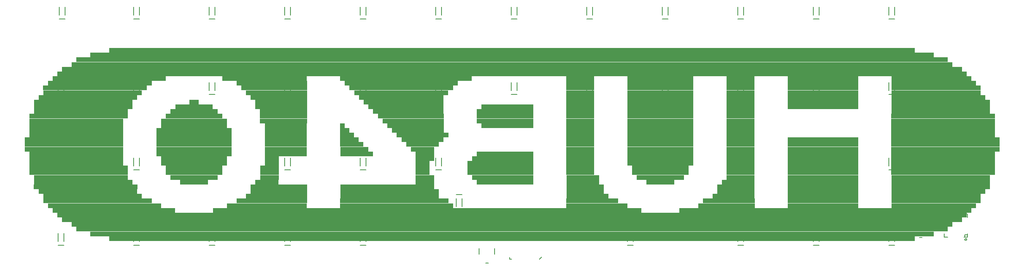
<source format=gbo>
G75*
%MOIN*%
%OFA0B0*%
%FSLAX25Y25*%
%IPPOS*%
%LPD*%
%AMOC8*
5,1,8,0,0,1.08239X$1,22.5*
%
%ADD10C,0.00800*%
%ADD11R,6.93425X0.04055*%
%ADD12R,7.25866X0.04055*%
%ADD13R,7.50197X0.04055*%
%ADD14R,7.58307X0.04055*%
%ADD15R,7.74528X0.04055*%
%ADD16R,7.82638X0.04055*%
%ADD17R,0.68937X0.04055*%
%ADD18R,0.60827X0.04055*%
%ADD19R,0.24331X0.04055*%
%ADD20R,0.56772X0.04055*%
%ADD21R,1.13543X0.04055*%
%ADD22R,0.72992X0.04055*%
%ADD23R,0.97323X0.04055*%
%ADD24R,0.89213X0.04055*%
%ADD25R,0.77047X0.04055*%
%ADD26R,0.81102X0.04055*%
%ADD27R,0.52717X0.04055*%
%ADD28R,0.85157X0.04055*%
%ADD29R,0.48661X0.04055*%
%ADD30R,0.44606X0.04055*%
%ADD31R,0.08110X0.04055*%
%ADD32R,0.64882X0.04055*%
%ADD33R,0.32441X0.04055*%
%ADD34R,0.40551X0.04055*%
%ADD35R,0.04055X0.04055*%
%ADD36R,0.36496X0.04055*%
%ADD37R,0.89213X0.04094*%
%ADD38R,0.24331X0.04094*%
%ADD39R,0.56772X0.04094*%
%ADD40R,0.44606X0.04094*%
%ADD41R,0.08110X0.04094*%
%ADD42R,0.36496X0.04094*%
%ADD43R,0.64882X0.04094*%
%ADD44R,0.81102X0.04094*%
%ADD45R,0.12165X0.04055*%
%ADD46R,0.93268X0.04055*%
%ADD47R,0.16220X0.04055*%
%ADD48R,0.93268X0.04094*%
%ADD49R,0.60827X0.04094*%
%ADD50R,0.28386X0.04094*%
%ADD51R,0.20276X0.04094*%
%ADD52R,0.85157X0.04094*%
%ADD53R,0.20276X0.04055*%
%ADD54R,0.28386X0.04055*%
%ADD55R,0.52717X0.04094*%
%ADD56R,0.16220X0.04094*%
%ADD57R,0.12165X0.04094*%
%ADD58R,0.48661X0.04094*%
%ADD59R,0.32441X0.04094*%
%ADD60R,0.77047X0.04094*%
%ADD61R,2.51417X0.04055*%
%ADD62R,3.69016X0.04055*%
%ADD63R,1.05433X0.04055*%
%ADD64R,7.25866X0.04094*%
D10*
X0059039Y0044531D02*
X0063961Y0044531D01*
X0063961Y0047957D02*
X0063961Y0055043D01*
X0059039Y0055043D02*
X0059039Y0047957D01*
X0124039Y0047957D02*
X0124039Y0055043D01*
X0128961Y0055043D02*
X0128961Y0047957D01*
X0128961Y0044531D02*
X0124039Y0044531D01*
X0189039Y0044531D02*
X0193961Y0044531D01*
X0193961Y0047957D02*
X0193961Y0055043D01*
X0189039Y0055043D02*
X0189039Y0047957D01*
X0254039Y0047957D02*
X0254039Y0055043D01*
X0258961Y0055043D02*
X0258961Y0047957D01*
X0258961Y0044531D02*
X0254039Y0044531D01*
X0319039Y0044531D02*
X0323961Y0044531D01*
X0323961Y0047957D02*
X0323961Y0055043D01*
X0319039Y0055043D02*
X0319039Y0047957D01*
X0421307Y0041862D02*
X0421307Y0037138D01*
X0434693Y0037138D02*
X0434693Y0041862D01*
X0429181Y0049736D02*
X0426819Y0049736D01*
X0447720Y0058705D02*
X0447720Y0060280D01*
X0449295Y0060280D01*
X0473705Y0060280D02*
X0475280Y0060280D01*
X0475280Y0058705D01*
X0406461Y0077957D02*
X0406461Y0085043D01*
X0401539Y0085043D02*
X0401539Y0077957D01*
X0401539Y0088469D02*
X0406461Y0088469D01*
X0388961Y0109531D02*
X0384039Y0109531D01*
X0384039Y0112957D02*
X0384039Y0120043D01*
X0388961Y0120043D02*
X0388961Y0112957D01*
X0449039Y0112957D02*
X0449039Y0120043D01*
X0453961Y0120043D02*
X0453961Y0112957D01*
X0453961Y0109531D02*
X0449039Y0109531D01*
X0514039Y0109531D02*
X0518961Y0109531D01*
X0518961Y0112957D02*
X0518961Y0120043D01*
X0514039Y0120043D02*
X0514039Y0112957D01*
X0579039Y0112957D02*
X0579039Y0120043D01*
X0583961Y0120043D02*
X0583961Y0112957D01*
X0583961Y0109531D02*
X0579039Y0109531D01*
X0644039Y0109531D02*
X0648961Y0109531D01*
X0648961Y0112957D02*
X0648961Y0120043D01*
X0644039Y0120043D02*
X0644039Y0112957D01*
X0709039Y0112957D02*
X0709039Y0120043D01*
X0713961Y0120043D02*
X0713961Y0112957D01*
X0713961Y0109531D02*
X0709039Y0109531D01*
X0774039Y0109531D02*
X0778961Y0109531D01*
X0778961Y0112957D02*
X0778961Y0120043D01*
X0774039Y0120043D02*
X0774039Y0112957D01*
X0800319Y0071736D02*
X0802681Y0071736D01*
X0821500Y0071500D02*
X0821500Y0068500D01*
X0821500Y0071500D02*
X0824500Y0071500D01*
X0838500Y0071500D02*
X0841343Y0071500D01*
X0841500Y0071500D02*
X0841500Y0068500D01*
X0808193Y0063862D02*
X0808193Y0059138D01*
X0794807Y0059138D02*
X0794807Y0063862D01*
X0778961Y0055043D02*
X0778961Y0047957D01*
X0778961Y0044531D02*
X0774039Y0044531D01*
X0774039Y0047957D02*
X0774039Y0055043D01*
X0800319Y0051264D02*
X0802681Y0051264D01*
X0821500Y0051500D02*
X0821500Y0054500D01*
X0821500Y0051500D02*
X0824500Y0051500D01*
X0838500Y0051500D02*
X0841500Y0051500D01*
X0841500Y0054500D01*
X0841343Y0053626D02*
X0839374Y0053626D01*
X0839374Y0051657D01*
X0839374Y0049689D02*
X0839376Y0049745D01*
X0839382Y0049800D01*
X0839392Y0049854D01*
X0839405Y0049908D01*
X0839423Y0049961D01*
X0839444Y0050012D01*
X0839468Y0050062D01*
X0839496Y0050110D01*
X0839528Y0050156D01*
X0839562Y0050200D01*
X0839600Y0050241D01*
X0839640Y0050279D01*
X0839683Y0050314D01*
X0839728Y0050346D01*
X0839776Y0050375D01*
X0839825Y0050401D01*
X0839876Y0050423D01*
X0839928Y0050441D01*
X0839982Y0050455D01*
X0840037Y0050466D01*
X0840092Y0050473D01*
X0840147Y0050476D01*
X0840203Y0050475D01*
X0840258Y0050470D01*
X0840313Y0050461D01*
X0840367Y0050449D01*
X0840420Y0050432D01*
X0840472Y0050412D01*
X0840522Y0050388D01*
X0840570Y0050361D01*
X0840617Y0050331D01*
X0840661Y0050297D01*
X0840703Y0050260D01*
X0840741Y0050220D01*
X0840778Y0050178D01*
X0840811Y0050133D01*
X0840840Y0050087D01*
X0840867Y0050038D01*
X0840889Y0049987D01*
X0840909Y0049935D01*
X0840924Y0049881D01*
X0840936Y0049827D01*
X0840944Y0049772D01*
X0840948Y0049717D01*
X0840948Y0049661D01*
X0840944Y0049606D01*
X0840936Y0049551D01*
X0840924Y0049497D01*
X0840909Y0049443D01*
X0840889Y0049391D01*
X0840867Y0049340D01*
X0840840Y0049291D01*
X0840811Y0049245D01*
X0840778Y0049200D01*
X0840741Y0049158D01*
X0840703Y0049118D01*
X0840661Y0049081D01*
X0840617Y0049047D01*
X0840570Y0049017D01*
X0840522Y0048990D01*
X0840472Y0048966D01*
X0840420Y0048946D01*
X0840367Y0048929D01*
X0840313Y0048917D01*
X0840258Y0048908D01*
X0840203Y0048903D01*
X0840147Y0048902D01*
X0840092Y0048905D01*
X0840037Y0048912D01*
X0839982Y0048923D01*
X0839928Y0048937D01*
X0839876Y0048955D01*
X0839825Y0048977D01*
X0839776Y0049003D01*
X0839728Y0049032D01*
X0839683Y0049064D01*
X0839640Y0049099D01*
X0839600Y0049137D01*
X0839562Y0049178D01*
X0839528Y0049222D01*
X0839496Y0049268D01*
X0839468Y0049316D01*
X0839444Y0049366D01*
X0839423Y0049417D01*
X0839405Y0049470D01*
X0839392Y0049524D01*
X0839382Y0049578D01*
X0839376Y0049633D01*
X0839374Y0049689D01*
X0713961Y0047957D02*
X0713961Y0055043D01*
X0709039Y0055043D02*
X0709039Y0047957D01*
X0709039Y0044531D02*
X0713961Y0044531D01*
X0648961Y0044531D02*
X0644039Y0044531D01*
X0644039Y0047957D02*
X0644039Y0055043D01*
X0648961Y0055043D02*
X0648961Y0047957D01*
X0553961Y0047957D02*
X0553961Y0055043D01*
X0549039Y0055043D02*
X0549039Y0047957D01*
X0549039Y0044531D02*
X0553961Y0044531D01*
X0475280Y0034689D02*
X0473311Y0032720D01*
X0449295Y0032720D02*
X0447720Y0032720D01*
X0447720Y0034295D01*
X0429181Y0029264D02*
X0426819Y0029264D01*
X0323961Y0109531D02*
X0319039Y0109531D01*
X0319039Y0112957D02*
X0319039Y0120043D01*
X0323961Y0120043D02*
X0323961Y0112957D01*
X0258961Y0112957D02*
X0258961Y0120043D01*
X0254039Y0120043D02*
X0254039Y0112957D01*
X0254039Y0109531D02*
X0258961Y0109531D01*
X0193961Y0109531D02*
X0189039Y0109531D01*
X0189039Y0112957D02*
X0189039Y0120043D01*
X0193961Y0120043D02*
X0193961Y0112957D01*
X0128961Y0112957D02*
X0128961Y0120043D01*
X0124039Y0120043D02*
X0124039Y0112957D01*
X0124039Y0109531D02*
X0128961Y0109531D01*
X0063961Y0109531D02*
X0059039Y0109531D01*
X0059039Y0112957D02*
X0059039Y0120043D01*
X0063961Y0120043D02*
X0063961Y0112957D01*
X0063961Y0174531D02*
X0059039Y0174531D01*
X0059039Y0177957D02*
X0059039Y0185043D01*
X0063961Y0185043D02*
X0063961Y0177957D01*
X0124039Y0177957D02*
X0124039Y0185043D01*
X0128961Y0185043D02*
X0128961Y0177957D01*
X0128961Y0174531D02*
X0124039Y0174531D01*
X0189039Y0174531D02*
X0193961Y0174531D01*
X0193961Y0177957D02*
X0193961Y0185043D01*
X0189039Y0185043D02*
X0189039Y0177957D01*
X0254039Y0177957D02*
X0254039Y0185043D01*
X0258961Y0185043D02*
X0258961Y0177957D01*
X0258961Y0174531D02*
X0254039Y0174531D01*
X0319039Y0174531D02*
X0323961Y0174531D01*
X0323961Y0177957D02*
X0323961Y0185043D01*
X0319039Y0185043D02*
X0319039Y0177957D01*
X0384039Y0177957D02*
X0384039Y0185043D01*
X0388961Y0185043D02*
X0388961Y0177957D01*
X0388961Y0174531D02*
X0384039Y0174531D01*
X0449039Y0174531D02*
X0453961Y0174531D01*
X0453961Y0177957D02*
X0453961Y0185043D01*
X0449039Y0185043D02*
X0449039Y0177957D01*
X0514039Y0177957D02*
X0514039Y0185043D01*
X0518961Y0185043D02*
X0518961Y0177957D01*
X0518961Y0174531D02*
X0514039Y0174531D01*
X0579039Y0174531D02*
X0583961Y0174531D01*
X0583961Y0177957D02*
X0583961Y0185043D01*
X0579039Y0185043D02*
X0579039Y0177957D01*
X0644039Y0177957D02*
X0644039Y0185043D01*
X0648961Y0185043D02*
X0648961Y0177957D01*
X0648961Y0174531D02*
X0644039Y0174531D01*
X0709039Y0174531D02*
X0713961Y0174531D01*
X0713961Y0177957D02*
X0713961Y0185043D01*
X0709039Y0185043D02*
X0709039Y0177957D01*
X0774039Y0177957D02*
X0774039Y0185043D01*
X0778961Y0185043D02*
X0778961Y0177957D01*
X0778961Y0174531D02*
X0774039Y0174531D01*
X0774039Y0239531D02*
X0778961Y0239531D01*
X0778961Y0242957D02*
X0778961Y0250043D01*
X0774039Y0250043D02*
X0774039Y0242957D01*
X0713961Y0242957D02*
X0713961Y0250043D01*
X0709039Y0250043D02*
X0709039Y0242957D01*
X0709039Y0239531D02*
X0713961Y0239531D01*
X0648961Y0239531D02*
X0644039Y0239531D01*
X0644039Y0242957D02*
X0644039Y0250043D01*
X0648961Y0250043D02*
X0648961Y0242957D01*
X0583961Y0242957D02*
X0583961Y0250043D01*
X0579039Y0250043D02*
X0579039Y0242957D01*
X0579039Y0239531D02*
X0583961Y0239531D01*
X0518961Y0239531D02*
X0514039Y0239531D01*
X0514039Y0242957D02*
X0514039Y0250043D01*
X0518961Y0250043D02*
X0518961Y0242957D01*
X0453961Y0242957D02*
X0453961Y0250043D01*
X0449039Y0250043D02*
X0449039Y0242957D01*
X0449039Y0239531D02*
X0453961Y0239531D01*
X0388961Y0239531D02*
X0384039Y0239531D01*
X0384039Y0242957D02*
X0384039Y0250043D01*
X0388961Y0250043D02*
X0388961Y0242957D01*
X0323961Y0242957D02*
X0323961Y0250043D01*
X0319039Y0250043D02*
X0319039Y0242957D01*
X0319039Y0239531D02*
X0323961Y0239531D01*
X0258961Y0239531D02*
X0254039Y0239531D01*
X0254039Y0242957D02*
X0254039Y0250043D01*
X0258961Y0250043D02*
X0258961Y0242957D01*
X0193961Y0242957D02*
X0193961Y0250043D01*
X0189039Y0250043D02*
X0189039Y0242957D01*
X0189039Y0239531D02*
X0193961Y0239531D01*
X0128961Y0239531D02*
X0124039Y0239531D01*
X0124039Y0242957D02*
X0124039Y0250043D01*
X0128961Y0250043D02*
X0128961Y0242957D01*
X0064961Y0242957D02*
X0064961Y0250043D01*
X0060039Y0250043D02*
X0060039Y0242957D01*
X0060039Y0239531D02*
X0064961Y0239531D01*
D11*
X0449630Y0212622D03*
X0449630Y0050378D03*
D12*
X0449630Y0208567D03*
D13*
X0449630Y0204512D03*
X0449630Y0058528D03*
D14*
X0449630Y0062583D03*
X0449630Y0200457D03*
D15*
X0449630Y0196402D03*
X0449630Y0066638D03*
D16*
X0449630Y0070654D03*
X0449630Y0192346D03*
D17*
X0356362Y0168016D03*
X0238764Y0078764D03*
X0810535Y0188291D03*
D18*
X0717268Y0188291D03*
X0717268Y0184236D03*
X0717268Y0180181D03*
X0717268Y0176126D03*
X0717268Y0172071D03*
X0717268Y0168016D03*
X0717268Y0163961D03*
X0717268Y0135575D03*
X0717268Y0127465D03*
X0717268Y0123409D03*
X0717268Y0115299D03*
X0717268Y0111244D03*
X0717268Y0103094D03*
X0717268Y0099079D03*
X0717268Y0090929D03*
X0717268Y0086913D03*
X0717268Y0078764D03*
X0360417Y0159906D03*
X0242819Y0184236D03*
D19*
X0313783Y0127465D03*
X0175909Y0099079D03*
X0508429Y0111244D03*
X0508429Y0115299D03*
X0508429Y0123409D03*
X0508429Y0127465D03*
X0508429Y0135575D03*
X0508429Y0139630D03*
X0508429Y0147740D03*
X0508429Y0151795D03*
X0508429Y0155850D03*
X0508429Y0159906D03*
X0508429Y0163961D03*
X0508429Y0168016D03*
X0508429Y0172071D03*
X0508429Y0176126D03*
X0508429Y0180181D03*
X0508429Y0184236D03*
X0508429Y0188291D03*
X0646303Y0188291D03*
X0646303Y0184236D03*
X0646303Y0180181D03*
X0646303Y0176126D03*
X0646303Y0172071D03*
X0646303Y0168016D03*
X0646303Y0163961D03*
X0646303Y0159906D03*
X0646303Y0155850D03*
X0646303Y0151795D03*
X0646303Y0147740D03*
X0646303Y0139630D03*
X0646303Y0135575D03*
X0646303Y0127465D03*
X0646303Y0123409D03*
X0646303Y0115299D03*
X0646303Y0111244D03*
X0646303Y0103094D03*
X0577366Y0099079D03*
D20*
X0577366Y0115299D03*
X0577366Y0123409D03*
X0577366Y0127465D03*
X0577366Y0135575D03*
X0577366Y0139630D03*
X0577366Y0147740D03*
X0577366Y0151795D03*
X0577366Y0155850D03*
X0577366Y0159906D03*
X0577366Y0163961D03*
X0577366Y0168016D03*
X0577366Y0172071D03*
X0577366Y0176126D03*
X0577366Y0180181D03*
X0577366Y0184236D03*
X0577366Y0188291D03*
X0362445Y0155850D03*
X0244846Y0180181D03*
X0175909Y0151795D03*
X0175909Y0147740D03*
X0175909Y0115299D03*
X0439492Y0115299D03*
X0439492Y0111244D03*
D21*
X0358390Y0188291D03*
D22*
X0354335Y0172071D03*
X0236736Y0188291D03*
X0812563Y0184236D03*
X0812563Y0078764D03*
D23*
X0354335Y0184236D03*
X0102917Y0188291D03*
X0098862Y0078764D03*
X0350280Y0078764D03*
D24*
X0354335Y0180181D03*
X0094807Y0184236D03*
X0090752Y0180181D03*
X0820673Y0155850D03*
X0820673Y0151795D03*
X0820673Y0147740D03*
X0820673Y0139630D03*
X0820673Y0123409D03*
X0820673Y0115299D03*
X0820673Y0111244D03*
D25*
X0814591Y0086913D03*
X0814591Y0176126D03*
X0814591Y0180181D03*
D26*
X0816618Y0172071D03*
X0816618Y0090929D03*
X0354335Y0176126D03*
X0078587Y0159906D03*
X0074531Y0151795D03*
X0074531Y0147740D03*
X0074531Y0139630D03*
X0074531Y0123409D03*
X0074531Y0115299D03*
X0078587Y0103094D03*
D27*
X0246874Y0086913D03*
X0441520Y0103094D03*
X0522622Y0078764D03*
X0364472Y0151795D03*
X0246874Y0176126D03*
D28*
X0088724Y0176126D03*
X0084669Y0172071D03*
X0080614Y0168016D03*
X0080614Y0163961D03*
X0076559Y0155850D03*
X0072504Y0135575D03*
X0072504Y0127465D03*
X0076559Y0111244D03*
X0080614Y0099079D03*
X0084669Y0090929D03*
X0088724Y0086913D03*
X0344197Y0086913D03*
X0344197Y0090929D03*
X0818646Y0099079D03*
X0818646Y0103094D03*
X0818646Y0159906D03*
X0818646Y0163961D03*
X0818646Y0168016D03*
D29*
X0577366Y0111244D03*
X0634138Y0078764D03*
X0443547Y0099079D03*
X0443547Y0123409D03*
X0366500Y0147740D03*
X0443547Y0151795D03*
X0443547Y0155850D03*
X0443547Y0159906D03*
X0248902Y0172071D03*
X0175909Y0155850D03*
X0175909Y0111244D03*
X0248902Y0090929D03*
D30*
X0372583Y0139630D03*
X0445575Y0147740D03*
X0445575Y0163961D03*
X0250929Y0163961D03*
X0250929Y0168016D03*
D31*
X0175909Y0168016D03*
D32*
X0175909Y0139630D03*
X0175909Y0135575D03*
X0175909Y0127465D03*
X0175909Y0123409D03*
X0358390Y0163961D03*
D33*
X0175909Y0163961D03*
X0512484Y0090929D03*
X0642248Y0090929D03*
D34*
X0577366Y0103094D03*
X0252957Y0151795D03*
X0252957Y0155850D03*
X0252957Y0159906D03*
X0175909Y0159906D03*
X0175909Y0103094D03*
D35*
X0303646Y0147740D03*
D36*
X0254984Y0147740D03*
X0254984Y0139630D03*
X0254984Y0135575D03*
X0254984Y0127465D03*
X0254984Y0123409D03*
X0372583Y0135575D03*
X0514512Y0086913D03*
X0640220Y0086913D03*
D37*
X0820673Y0107169D03*
X0820673Y0119335D03*
X0820673Y0143665D03*
X0082642Y0095004D03*
D38*
X0508429Y0107169D03*
X0508429Y0119335D03*
X0508429Y0131500D03*
X0508429Y0143665D03*
X0646303Y0143665D03*
X0646303Y0131500D03*
X0646303Y0119335D03*
X0646303Y0107169D03*
D39*
X0577366Y0119335D03*
X0577366Y0131500D03*
X0577366Y0143665D03*
X0439492Y0107169D03*
X0175909Y0119335D03*
D40*
X0368528Y0143665D03*
X0518567Y0082839D03*
X0636165Y0082839D03*
D41*
X0305673Y0143665D03*
D42*
X0254984Y0143665D03*
X0254984Y0131500D03*
D43*
X0175909Y0131500D03*
X0175909Y0143665D03*
D44*
X0074531Y0143665D03*
X0074531Y0119335D03*
X0342169Y0095004D03*
D45*
X0372583Y0111244D03*
X0372583Y0115299D03*
X0307701Y0139630D03*
X0242819Y0115299D03*
D46*
X0822701Y0127465D03*
X0822701Y0135575D03*
D47*
X0374610Y0123409D03*
X0309728Y0135575D03*
X0240791Y0111244D03*
X0240791Y0103094D03*
X0374610Y0103094D03*
X0374610Y0099079D03*
D48*
X0348252Y0082839D03*
X0092780Y0082839D03*
X0822701Y0131500D03*
D49*
X0717268Y0131500D03*
X0717268Y0119335D03*
X0717268Y0107169D03*
X0717268Y0095004D03*
X0717268Y0082839D03*
X0242819Y0082839D03*
D50*
X0372583Y0131500D03*
D51*
X0311756Y0131500D03*
D52*
X0076559Y0107169D03*
X0072504Y0131500D03*
X0818646Y0095004D03*
D53*
X0372583Y0127465D03*
X0238764Y0099079D03*
D54*
X0315811Y0123409D03*
X0510457Y0103094D03*
X0510457Y0099079D03*
X0644276Y0099079D03*
D55*
X0441520Y0119335D03*
D56*
X0374610Y0119335D03*
X0240791Y0107169D03*
D57*
X0242819Y0119335D03*
X0372583Y0107169D03*
D58*
X0248902Y0095004D03*
X0175909Y0107169D03*
X0577366Y0107169D03*
D59*
X0512484Y0095004D03*
X0642248Y0095004D03*
D60*
X0814591Y0082839D03*
D61*
X0719295Y0074709D03*
D62*
X0376638Y0074709D03*
D63*
X0106972Y0074709D03*
D64*
X0449630Y0054453D03*
M02*

</source>
